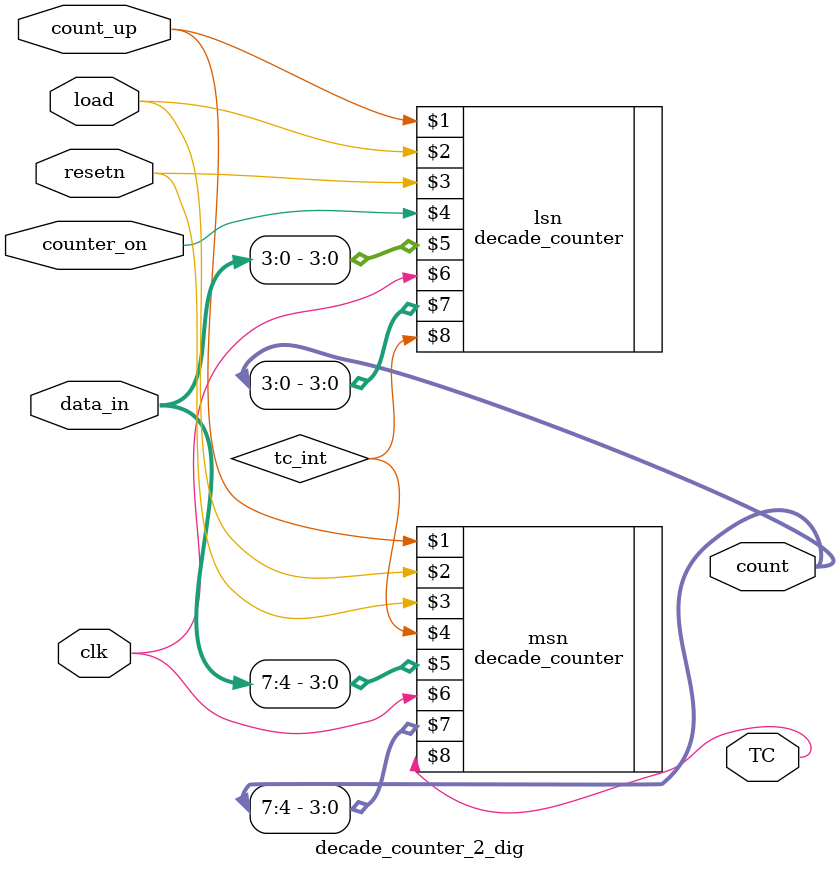
<source format=v>
`include "decade_counter.v"
module decade_counter_2_dig(
	input count_up,
	input load,
	input resetn,
	input counter_on,
	input [7:0]data_in,
	input clk,
	output [7:0]count,
	output TC
);

	wire tc_int;
	decade_counter lsn(count_up,load,resetn,counter_on,data_in[3:0],clk,count[3:0],tc_int);
	decade_counter msn(count_up,load,resetn,tc_int,data_in[7:4],clk,count[7:4],TC);
endmodule


</source>
